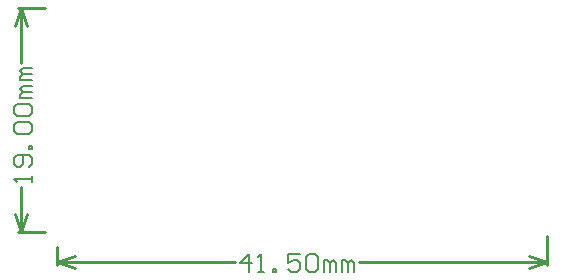
<source format=gko>
%FSLAX25Y25*%
%MOIN*%
G70*
G01*
G75*
G04 Layer_Color=16711935*
%ADD10C,0.00787*%
%ADD11R,0.03937X0.05906*%
%ADD12R,0.03543X0.00984*%
%ADD13O,0.06890X0.00787*%
%ADD14O,0.00787X0.06890*%
%ADD15O,0.01181X0.06890*%
%ADD16R,0.07874X0.01969*%
%ADD17R,0.07874X0.07874*%
%ADD18R,0.15748X0.04724*%
%ADD19O,0.08661X0.02362*%
%ADD20R,0.05906X0.03937*%
%ADD21R,0.04921X0.07874*%
%ADD22C,0.01575*%
%ADD23R,0.03740X0.08465*%
%ADD24R,0.12795X0.08465*%
%ADD25R,0.05906X0.08661*%
%ADD26C,0.00591*%
%ADD27R,0.15354X0.03937*%
%ADD28R,0.02000X0.06000*%
%ADD29R,0.05512X0.05906*%
%ADD30R,0.00787X0.05906*%
%ADD31R,0.04537X0.06506*%
%ADD32R,0.04143X0.01584*%
%ADD33O,0.07490X0.01387*%
%ADD34O,0.01387X0.07490*%
%ADD35O,0.01781X0.07490*%
%ADD36R,0.08474X0.02569*%
%ADD37R,0.08474X0.08474*%
%ADD38R,0.16348X0.05324*%
%ADD39O,0.09261X0.02962*%
%ADD40R,0.06506X0.04537*%
%ADD41R,0.05521X0.08474*%
%ADD42R,0.04340X0.09065*%
%ADD43R,0.13395X0.09065*%
%ADD44R,0.06506X0.09261*%
%ADD45R,0.06000X0.02000*%
%ADD46R,0.14764X0.07874*%
%ADD47C,0.01000*%
%ADD48C,0.00600*%
D47*
X173228Y-10842D02*
Y-1394D01*
X9843Y-10842D02*
Y-4921D01*
X110529Y-9843D02*
X173228D01*
X9843D02*
X69342D01*
X167228Y-7842D02*
X173228Y-9843D01*
X167228Y-11842D02*
X173228Y-9843D01*
X9843D02*
X15843Y-11842D01*
X9843Y-9843D02*
X15843Y-7842D01*
X-2937Y74709D02*
X5937D01*
X-2937Y-94D02*
X5937D01*
X-1937Y56301D02*
Y74709D01*
Y-94D02*
Y15113D01*
X-3937Y68709D02*
X-1937Y74709D01*
X63Y68709D01*
X-1937Y-94D02*
X63Y5906D01*
X-3937D02*
X-1937Y-94D01*
D48*
X73941Y-13442D02*
Y-7444D01*
X70942Y-10442D01*
X74940D01*
X76940Y-13442D02*
X78939D01*
X77939D01*
Y-7444D01*
X76940Y-8443D01*
X81938Y-13442D02*
Y-12442D01*
X82938D01*
Y-13442D01*
X81938D01*
X90935Y-7444D02*
X86936D01*
Y-10442D01*
X88936Y-9443D01*
X89935D01*
X90935Y-10442D01*
Y-12442D01*
X89935Y-13442D01*
X87936D01*
X86936Y-12442D01*
X92935Y-8443D02*
X93934Y-7444D01*
X95934D01*
X96933Y-8443D01*
Y-12442D01*
X95934Y-13442D01*
X93934D01*
X92935Y-12442D01*
Y-8443D01*
X98932Y-13442D02*
Y-9443D01*
X99932D01*
X100932Y-10442D01*
Y-13442D01*
Y-10442D01*
X101932Y-9443D01*
X102931Y-10442D01*
Y-13442D01*
X104931D02*
Y-9443D01*
X105930D01*
X106930Y-10442D01*
Y-13442D01*
Y-10442D01*
X107930Y-9443D01*
X108929Y-10442D01*
Y-13442D01*
X1662Y16713D02*
Y18713D01*
Y17713D01*
X-4336D01*
X-3336Y16713D01*
X662Y21712D02*
X1662Y22711D01*
Y24711D01*
X662Y25710D01*
X-3336D01*
X-4336Y24711D01*
Y22711D01*
X-3336Y21712D01*
X-2337D01*
X-1337Y22711D01*
Y25710D01*
X1662Y27710D02*
X662D01*
Y28709D01*
X1662D01*
Y27710D01*
X-3336Y32708D02*
X-4336Y33708D01*
Y35707D01*
X-3336Y36707D01*
X662D01*
X1662Y35707D01*
Y33708D01*
X662Y32708D01*
X-3336D01*
Y38706D02*
X-4336Y39706D01*
Y41705D01*
X-3336Y42705D01*
X662D01*
X1662Y41705D01*
Y39706D01*
X662Y38706D01*
X-3336D01*
X1662Y44704D02*
X-2337D01*
Y45704D01*
X-1337Y46703D01*
X1662D01*
X-1337D01*
X-2337Y47703D01*
X-1337Y48703D01*
X1662D01*
Y50702D02*
X-2337D01*
Y51702D01*
X-1337Y52702D01*
X1662D01*
X-1337D01*
X-2337Y53701D01*
X-1337Y54701D01*
X1662D01*
M02*

</source>
